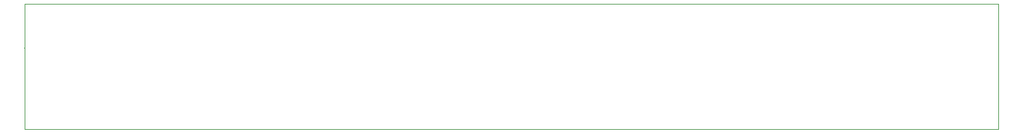
<source format=gbr>
%TF.GenerationSoftware,KiCad,Pcbnew,9.0.0*%
%TF.CreationDate,2025-04-22T14:57:36+01:00*%
%TF.ProjectId,vm_keycap_button_row_0.3,766d5f6b-6579-4636-9170-5f627574746f,v0.3*%
%TF.SameCoordinates,PX876bf80PY47868c0*%
%TF.FileFunction,Other,User*%
%FSLAX45Y45*%
G04 Gerber Fmt 4.5, Leading zero omitted, Abs format (unit mm)*
G04 Created by KiCad (PCBNEW 9.0.0) date 2025-04-22 14:57:36*
%MOMM*%
%LPD*%
G01*
G04 APERTURE LIST*
%ADD10C,0.100000*%
%ADD11C,0.160000*%
%ADD12C,0.130000*%
%ADD13C,0.140000*%
%ADD14C,0.170000*%
%ADD15C,0.120000*%
%ADD16C,0.110000*%
G04 APERTURE END LIST*
D10*
X-6350000Y825000D02*
X6350000Y825000D01*
X6350000Y-825000D01*
X-6350000Y-825000D01*
X-6350000Y825000D01*
D11*
%TO.C,GS5*%
X-5500000Y825000D02*
X-5500000Y825000D01*
D12*
%TO.C,GS3*%
X-6350000Y250000D02*
X-6350000Y250000D01*
D13*
%TO.C,GS4*%
X-5700000Y825000D02*
X-5700000Y825000D01*
D14*
%TO.C,GS6*%
X-5900000Y825000D02*
X-5900000Y825000D01*
D15*
%TO.C,GS2*%
X-6350000Y-250000D02*
X-6350000Y-250000D01*
D16*
%TO.C,GS1*%
X-6350000Y0D02*
X-6350000Y0D01*
%TD*%
M02*

</source>
